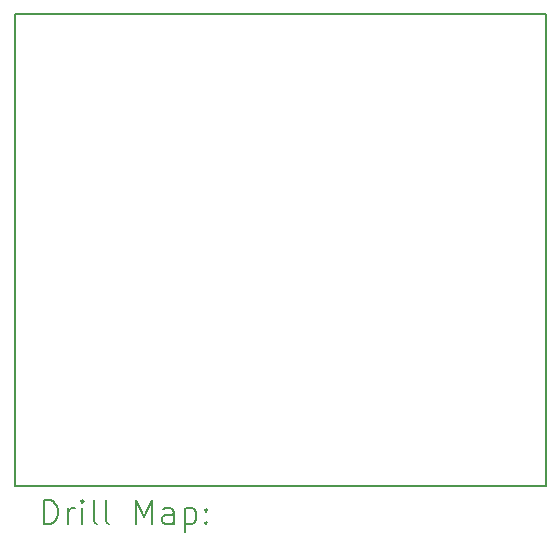
<source format=gbr>
%TF.GenerationSoftware,KiCad,Pcbnew,7.0.7*%
%TF.CreationDate,2023-10-13T15:55:00-04:00*%
%TF.ProjectId,project1,70726f6a-6563-4743-912e-6b696361645f,rev?*%
%TF.SameCoordinates,Original*%
%TF.FileFunction,Drillmap*%
%TF.FilePolarity,Positive*%
%FSLAX45Y45*%
G04 Gerber Fmt 4.5, Leading zero omitted, Abs format (unit mm)*
G04 Created by KiCad (PCBNEW 7.0.7) date 2023-10-13 15:55:00*
%MOMM*%
%LPD*%
G01*
G04 APERTURE LIST*
%ADD10C,0.200000*%
G04 APERTURE END LIST*
D10*
X10000000Y-14000000D02*
X14500000Y-14000000D01*
X14500000Y-14000000D02*
X14500000Y-10000000D01*
X10000000Y-10000000D02*
X10000000Y-14000000D01*
X14500000Y-10000000D02*
X10000000Y-10000000D01*
X10250777Y-14321484D02*
X10250777Y-14121484D01*
X10250777Y-14121484D02*
X10298396Y-14121484D01*
X10298396Y-14121484D02*
X10326967Y-14131008D01*
X10326967Y-14131008D02*
X10346015Y-14150055D01*
X10346015Y-14150055D02*
X10355539Y-14169103D01*
X10355539Y-14169103D02*
X10365063Y-14207198D01*
X10365063Y-14207198D02*
X10365063Y-14235769D01*
X10365063Y-14235769D02*
X10355539Y-14273865D01*
X10355539Y-14273865D02*
X10346015Y-14292912D01*
X10346015Y-14292912D02*
X10326967Y-14311960D01*
X10326967Y-14311960D02*
X10298396Y-14321484D01*
X10298396Y-14321484D02*
X10250777Y-14321484D01*
X10450777Y-14321484D02*
X10450777Y-14188150D01*
X10450777Y-14226246D02*
X10460301Y-14207198D01*
X10460301Y-14207198D02*
X10469824Y-14197674D01*
X10469824Y-14197674D02*
X10488872Y-14188150D01*
X10488872Y-14188150D02*
X10507920Y-14188150D01*
X10574586Y-14321484D02*
X10574586Y-14188150D01*
X10574586Y-14121484D02*
X10565063Y-14131008D01*
X10565063Y-14131008D02*
X10574586Y-14140531D01*
X10574586Y-14140531D02*
X10584110Y-14131008D01*
X10584110Y-14131008D02*
X10574586Y-14121484D01*
X10574586Y-14121484D02*
X10574586Y-14140531D01*
X10698396Y-14321484D02*
X10679348Y-14311960D01*
X10679348Y-14311960D02*
X10669824Y-14292912D01*
X10669824Y-14292912D02*
X10669824Y-14121484D01*
X10803158Y-14321484D02*
X10784110Y-14311960D01*
X10784110Y-14311960D02*
X10774586Y-14292912D01*
X10774586Y-14292912D02*
X10774586Y-14121484D01*
X11031729Y-14321484D02*
X11031729Y-14121484D01*
X11031729Y-14121484D02*
X11098396Y-14264341D01*
X11098396Y-14264341D02*
X11165063Y-14121484D01*
X11165063Y-14121484D02*
X11165063Y-14321484D01*
X11346015Y-14321484D02*
X11346015Y-14216722D01*
X11346015Y-14216722D02*
X11336491Y-14197674D01*
X11336491Y-14197674D02*
X11317443Y-14188150D01*
X11317443Y-14188150D02*
X11279348Y-14188150D01*
X11279348Y-14188150D02*
X11260301Y-14197674D01*
X11346015Y-14311960D02*
X11326967Y-14321484D01*
X11326967Y-14321484D02*
X11279348Y-14321484D01*
X11279348Y-14321484D02*
X11260301Y-14311960D01*
X11260301Y-14311960D02*
X11250777Y-14292912D01*
X11250777Y-14292912D02*
X11250777Y-14273865D01*
X11250777Y-14273865D02*
X11260301Y-14254817D01*
X11260301Y-14254817D02*
X11279348Y-14245293D01*
X11279348Y-14245293D02*
X11326967Y-14245293D01*
X11326967Y-14245293D02*
X11346015Y-14235769D01*
X11441253Y-14188150D02*
X11441253Y-14388150D01*
X11441253Y-14197674D02*
X11460301Y-14188150D01*
X11460301Y-14188150D02*
X11498396Y-14188150D01*
X11498396Y-14188150D02*
X11517443Y-14197674D01*
X11517443Y-14197674D02*
X11526967Y-14207198D01*
X11526967Y-14207198D02*
X11536491Y-14226246D01*
X11536491Y-14226246D02*
X11536491Y-14283388D01*
X11536491Y-14283388D02*
X11526967Y-14302436D01*
X11526967Y-14302436D02*
X11517443Y-14311960D01*
X11517443Y-14311960D02*
X11498396Y-14321484D01*
X11498396Y-14321484D02*
X11460301Y-14321484D01*
X11460301Y-14321484D02*
X11441253Y-14311960D01*
X11622205Y-14302436D02*
X11631729Y-14311960D01*
X11631729Y-14311960D02*
X11622205Y-14321484D01*
X11622205Y-14321484D02*
X11612682Y-14311960D01*
X11612682Y-14311960D02*
X11622205Y-14302436D01*
X11622205Y-14302436D02*
X11622205Y-14321484D01*
X11622205Y-14197674D02*
X11631729Y-14207198D01*
X11631729Y-14207198D02*
X11622205Y-14216722D01*
X11622205Y-14216722D02*
X11612682Y-14207198D01*
X11612682Y-14207198D02*
X11622205Y-14197674D01*
X11622205Y-14197674D02*
X11622205Y-14216722D01*
M02*

</source>
